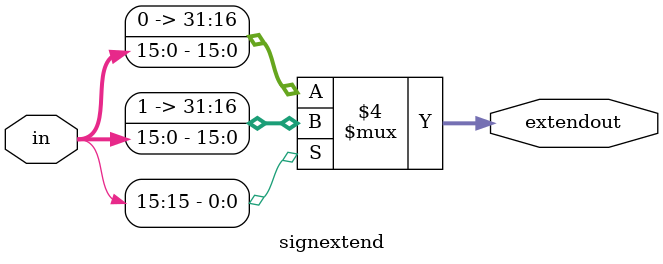
<source format=v>
`timescale 1ns / 1ps

module signextend(extendout, in);

   input [15:0] in;
   output [31:0] extendout;
   reg [31:0]    extendout;
   
   always @(in)
     if (in[15] == 1)
       extendout = {16'hffff,in};
     else
       extendout = {16'h0000,in};

endmodule

</source>
